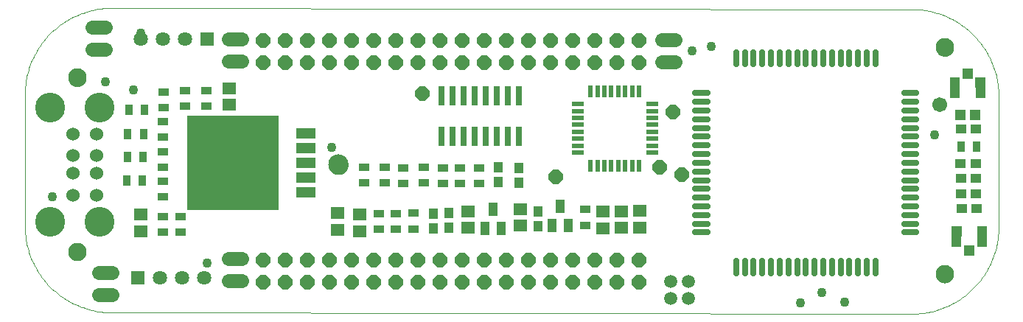
<source format=gbs>
G04 EAGLE Gerber RS-274X export*
G75*
%MOMM*%
%FSLAX34Y34*%
%LPD*%
%INSolder Mask bottom*%
%IPPOS*%
%AMOC8*
5,1,8,0,0,1.08239X$1,22.5*%
G01*
%ADD10C,0.100000*%
%ADD11C,0.000000*%
%ADD12C,2.101600*%
%ADD13C,2.301600*%
%ADD14R,1.601600X1.401600*%
%ADD15R,10.511600X10.901600*%
%ADD16R,2.260600X1.168400*%
%ADD17C,0.701600*%
%ADD18R,1.631600X1.631600*%
%ADD19C,1.631600*%
%ADD20R,1.301600X0.901600*%
%ADD21P,1.759533X8X202.500000*%
%ADD22C,1.509600*%
%ADD23C,1.524000*%
%ADD24C,3.429000*%
%ADD25C,1.101600*%
%ADD26R,1.101600X1.501600*%
%ADD27R,1.101600X1.201600*%
%ADD28R,1.143000X2.362200*%
%ADD29R,1.143000X1.193800*%
%ADD30R,0.609600X1.460500*%
%ADD31R,1.460500X0.609600*%
%ADD32R,0.660400X2.286000*%
%ADD33R,0.901600X1.301600*%
%ADD34R,1.201600X1.101600*%
%ADD35C,1.701600*%
%ADD36R,1.151600X1.181600*%
%ADD37C,1.625600*%
%ADD38P,1.759533X8X22.500000*%


D10*
X0Y100000D02*
X29Y97584D01*
X117Y95169D01*
X263Y92757D01*
X467Y90349D01*
X729Y87946D01*
X1049Y85551D01*
X1427Y83164D01*
X1863Y80787D01*
X2356Y78422D01*
X2906Y76068D01*
X3512Y73729D01*
X4175Y71405D01*
X4894Y69098D01*
X5669Y66809D01*
X6498Y64540D01*
X7383Y62291D01*
X8321Y60064D01*
X9313Y57860D01*
X10357Y55681D01*
X11454Y53528D01*
X12603Y51402D01*
X13803Y49304D01*
X15053Y47236D01*
X16353Y45199D01*
X17702Y43194D01*
X19098Y41221D01*
X20542Y39284D01*
X22033Y37381D01*
X23568Y35516D01*
X25149Y33688D01*
X26773Y31898D01*
X28440Y30149D01*
X30149Y28440D01*
X31898Y26773D01*
X33688Y25149D01*
X35516Y23568D01*
X37381Y22033D01*
X39284Y20542D01*
X41221Y19098D01*
X43194Y17702D01*
X45199Y16353D01*
X47236Y15053D01*
X49304Y13803D01*
X51402Y12603D01*
X53528Y11454D01*
X55681Y10357D01*
X57860Y9313D01*
X60064Y8321D01*
X62291Y7383D01*
X64540Y6498D01*
X66809Y5669D01*
X69098Y4894D01*
X71405Y4175D01*
X73729Y3512D01*
X76068Y2906D01*
X78422Y2356D01*
X80787Y1863D01*
X83164Y1427D01*
X85551Y1049D01*
X87946Y729D01*
X90349Y467D01*
X92757Y263D01*
X95169Y117D01*
X97584Y29D01*
X100000Y0D01*
X1118706Y98476D02*
X1118706Y248476D01*
X100000Y350000D02*
X97584Y349971D01*
X95169Y349883D01*
X92757Y349737D01*
X90349Y349533D01*
X87946Y349271D01*
X85551Y348951D01*
X83164Y348573D01*
X80787Y348137D01*
X78422Y347644D01*
X76068Y347094D01*
X73729Y346488D01*
X71405Y345825D01*
X69098Y345106D01*
X66809Y344331D01*
X64540Y343502D01*
X62291Y342617D01*
X60064Y341679D01*
X57860Y340687D01*
X55681Y339643D01*
X53528Y338546D01*
X51402Y337397D01*
X49304Y336197D01*
X47236Y334947D01*
X45199Y333647D01*
X43194Y332298D01*
X41221Y330902D01*
X39284Y329458D01*
X37381Y327967D01*
X35516Y326432D01*
X33688Y324851D01*
X31898Y323227D01*
X30149Y321560D01*
X28440Y319851D01*
X26773Y318102D01*
X25149Y316312D01*
X23568Y314484D01*
X22033Y312619D01*
X20542Y310716D01*
X19098Y308779D01*
X17702Y306806D01*
X16353Y304801D01*
X15053Y302764D01*
X13803Y300696D01*
X12603Y298598D01*
X11454Y296472D01*
X10357Y294319D01*
X9313Y292140D01*
X8321Y289936D01*
X7383Y287709D01*
X6498Y285460D01*
X5669Y283191D01*
X4894Y280902D01*
X4175Y278595D01*
X3512Y276271D01*
X2906Y273932D01*
X2356Y271578D01*
X1863Y269213D01*
X1427Y266836D01*
X1049Y264449D01*
X729Y262054D01*
X467Y259651D01*
X263Y257243D01*
X117Y254831D01*
X29Y252416D01*
X0Y250000D01*
X0Y100000D01*
X100000Y0D02*
X1018706Y-1524D01*
X1018706Y348476D02*
X100000Y350000D01*
X1018706Y348476D02*
X1021122Y348447D01*
X1023537Y348359D01*
X1025949Y348213D01*
X1028357Y348009D01*
X1030760Y347747D01*
X1033155Y347427D01*
X1035542Y347049D01*
X1037919Y346613D01*
X1040284Y346120D01*
X1042638Y345570D01*
X1044977Y344964D01*
X1047301Y344301D01*
X1049608Y343582D01*
X1051897Y342807D01*
X1054166Y341978D01*
X1056415Y341093D01*
X1058642Y340155D01*
X1060846Y339163D01*
X1063025Y338119D01*
X1065178Y337022D01*
X1067304Y335873D01*
X1069402Y334673D01*
X1071470Y333423D01*
X1073507Y332123D01*
X1075512Y330774D01*
X1077485Y329378D01*
X1079422Y327934D01*
X1081325Y326443D01*
X1083190Y324908D01*
X1085018Y323327D01*
X1086808Y321703D01*
X1088557Y320036D01*
X1090266Y318327D01*
X1091933Y316578D01*
X1093557Y314788D01*
X1095138Y312960D01*
X1096673Y311095D01*
X1098164Y309192D01*
X1099608Y307255D01*
X1101004Y305282D01*
X1102353Y303277D01*
X1103653Y301240D01*
X1104903Y299172D01*
X1106103Y297074D01*
X1107252Y294948D01*
X1108349Y292795D01*
X1109393Y290616D01*
X1110385Y288412D01*
X1111323Y286185D01*
X1112208Y283936D01*
X1113037Y281667D01*
X1113812Y279378D01*
X1114531Y277071D01*
X1115194Y274747D01*
X1115800Y272408D01*
X1116350Y270054D01*
X1116843Y267689D01*
X1117279Y265312D01*
X1117657Y262925D01*
X1117977Y260530D01*
X1118239Y258127D01*
X1118443Y255719D01*
X1118589Y253307D01*
X1118677Y250892D01*
X1118706Y248476D01*
X100000Y350000D02*
X97584Y349971D01*
X95169Y349883D01*
X92757Y349737D01*
X90349Y349533D01*
X87946Y349271D01*
X85551Y348951D01*
X83164Y348573D01*
X80787Y348137D01*
X78422Y347644D01*
X76068Y347094D01*
X73729Y346488D01*
X71405Y345825D01*
X69098Y345106D01*
X66809Y344331D01*
X64540Y343502D01*
X62291Y342617D01*
X60064Y341679D01*
X57860Y340687D01*
X55681Y339643D01*
X53528Y338546D01*
X51402Y337397D01*
X49304Y336197D01*
X47236Y334947D01*
X45199Y333647D01*
X43194Y332298D01*
X41221Y330902D01*
X39284Y329458D01*
X37381Y327967D01*
X35516Y326432D01*
X33688Y324851D01*
X31898Y323227D01*
X30149Y321560D01*
X28440Y319851D01*
X26773Y318102D01*
X25149Y316312D01*
X23568Y314484D01*
X22033Y312619D01*
X20542Y310716D01*
X19098Y308779D01*
X17702Y306806D01*
X16353Y304801D01*
X15053Y302764D01*
X13803Y300696D01*
X12603Y298598D01*
X11454Y296472D01*
X10357Y294319D01*
X9313Y292140D01*
X8321Y289936D01*
X7383Y287709D01*
X6498Y285460D01*
X5669Y283191D01*
X4894Y280902D01*
X4175Y278595D01*
X3512Y276271D01*
X2906Y273932D01*
X2356Y271578D01*
X1863Y269213D01*
X1427Y266836D01*
X1049Y264449D01*
X729Y262054D01*
X467Y259651D01*
X263Y257243D01*
X117Y254831D01*
X29Y252416D01*
X0Y250000D01*
X1018706Y-1524D02*
X1021122Y-1495D01*
X1023537Y-1407D01*
X1025949Y-1261D01*
X1028357Y-1057D01*
X1030760Y-795D01*
X1033155Y-475D01*
X1035542Y-97D01*
X1037919Y339D01*
X1040284Y832D01*
X1042638Y1382D01*
X1044977Y1988D01*
X1047301Y2651D01*
X1049608Y3370D01*
X1051897Y4145D01*
X1054166Y4974D01*
X1056415Y5859D01*
X1058642Y6797D01*
X1060846Y7789D01*
X1063025Y8833D01*
X1065178Y9930D01*
X1067304Y11079D01*
X1069402Y12279D01*
X1071470Y13529D01*
X1073507Y14829D01*
X1075512Y16178D01*
X1077485Y17574D01*
X1079422Y19018D01*
X1081325Y20509D01*
X1083190Y22044D01*
X1085018Y23625D01*
X1086808Y25249D01*
X1088557Y26916D01*
X1090266Y28625D01*
X1091933Y30374D01*
X1093557Y32164D01*
X1095138Y33992D01*
X1096673Y35857D01*
X1098164Y37760D01*
X1099608Y39697D01*
X1101004Y41670D01*
X1102353Y43675D01*
X1103653Y45712D01*
X1104903Y47780D01*
X1106103Y49878D01*
X1107252Y52004D01*
X1108349Y54157D01*
X1109393Y56336D01*
X1110385Y58540D01*
X1111323Y60767D01*
X1112208Y63016D01*
X1113037Y65285D01*
X1113812Y67574D01*
X1114531Y69881D01*
X1115194Y72205D01*
X1115800Y74544D01*
X1116350Y76898D01*
X1116843Y79263D01*
X1117279Y81640D01*
X1117657Y84027D01*
X1117977Y86422D01*
X1118239Y88825D01*
X1118443Y91233D01*
X1118589Y93645D01*
X1118677Y96060D01*
X1118706Y98476D01*
D11*
X1046640Y44450D02*
X1046643Y44695D01*
X1046652Y44941D01*
X1046667Y45186D01*
X1046688Y45430D01*
X1046715Y45674D01*
X1046748Y45917D01*
X1046787Y46160D01*
X1046832Y46401D01*
X1046883Y46641D01*
X1046940Y46880D01*
X1047002Y47117D01*
X1047071Y47353D01*
X1047145Y47587D01*
X1047225Y47819D01*
X1047310Y48049D01*
X1047401Y48277D01*
X1047498Y48502D01*
X1047600Y48726D01*
X1047708Y48946D01*
X1047821Y49164D01*
X1047939Y49379D01*
X1048063Y49591D01*
X1048191Y49800D01*
X1048325Y50006D01*
X1048464Y50208D01*
X1048608Y50407D01*
X1048757Y50602D01*
X1048910Y50794D01*
X1049068Y50982D01*
X1049230Y51166D01*
X1049398Y51345D01*
X1049569Y51521D01*
X1049745Y51692D01*
X1049924Y51860D01*
X1050108Y52022D01*
X1050296Y52180D01*
X1050488Y52333D01*
X1050683Y52482D01*
X1050882Y52626D01*
X1051084Y52765D01*
X1051290Y52899D01*
X1051499Y53027D01*
X1051711Y53151D01*
X1051926Y53269D01*
X1052144Y53382D01*
X1052364Y53490D01*
X1052588Y53592D01*
X1052813Y53689D01*
X1053041Y53780D01*
X1053271Y53865D01*
X1053503Y53945D01*
X1053737Y54019D01*
X1053973Y54088D01*
X1054210Y54150D01*
X1054449Y54207D01*
X1054689Y54258D01*
X1054930Y54303D01*
X1055173Y54342D01*
X1055416Y54375D01*
X1055660Y54402D01*
X1055904Y54423D01*
X1056149Y54438D01*
X1056395Y54447D01*
X1056640Y54450D01*
X1056885Y54447D01*
X1057131Y54438D01*
X1057376Y54423D01*
X1057620Y54402D01*
X1057864Y54375D01*
X1058107Y54342D01*
X1058350Y54303D01*
X1058591Y54258D01*
X1058831Y54207D01*
X1059070Y54150D01*
X1059307Y54088D01*
X1059543Y54019D01*
X1059777Y53945D01*
X1060009Y53865D01*
X1060239Y53780D01*
X1060467Y53689D01*
X1060692Y53592D01*
X1060916Y53490D01*
X1061136Y53382D01*
X1061354Y53269D01*
X1061569Y53151D01*
X1061781Y53027D01*
X1061990Y52899D01*
X1062196Y52765D01*
X1062398Y52626D01*
X1062597Y52482D01*
X1062792Y52333D01*
X1062984Y52180D01*
X1063172Y52022D01*
X1063356Y51860D01*
X1063535Y51692D01*
X1063711Y51521D01*
X1063882Y51345D01*
X1064050Y51166D01*
X1064212Y50982D01*
X1064370Y50794D01*
X1064523Y50602D01*
X1064672Y50407D01*
X1064816Y50208D01*
X1064955Y50006D01*
X1065089Y49800D01*
X1065217Y49591D01*
X1065341Y49379D01*
X1065459Y49164D01*
X1065572Y48946D01*
X1065680Y48726D01*
X1065782Y48502D01*
X1065879Y48277D01*
X1065970Y48049D01*
X1066055Y47819D01*
X1066135Y47587D01*
X1066209Y47353D01*
X1066278Y47117D01*
X1066340Y46880D01*
X1066397Y46641D01*
X1066448Y46401D01*
X1066493Y46160D01*
X1066532Y45917D01*
X1066565Y45674D01*
X1066592Y45430D01*
X1066613Y45186D01*
X1066628Y44941D01*
X1066637Y44695D01*
X1066640Y44450D01*
X1066637Y44205D01*
X1066628Y43959D01*
X1066613Y43714D01*
X1066592Y43470D01*
X1066565Y43226D01*
X1066532Y42983D01*
X1066493Y42740D01*
X1066448Y42499D01*
X1066397Y42259D01*
X1066340Y42020D01*
X1066278Y41783D01*
X1066209Y41547D01*
X1066135Y41313D01*
X1066055Y41081D01*
X1065970Y40851D01*
X1065879Y40623D01*
X1065782Y40398D01*
X1065680Y40174D01*
X1065572Y39954D01*
X1065459Y39736D01*
X1065341Y39521D01*
X1065217Y39309D01*
X1065089Y39100D01*
X1064955Y38894D01*
X1064816Y38692D01*
X1064672Y38493D01*
X1064523Y38298D01*
X1064370Y38106D01*
X1064212Y37918D01*
X1064050Y37734D01*
X1063882Y37555D01*
X1063711Y37379D01*
X1063535Y37208D01*
X1063356Y37040D01*
X1063172Y36878D01*
X1062984Y36720D01*
X1062792Y36567D01*
X1062597Y36418D01*
X1062398Y36274D01*
X1062196Y36135D01*
X1061990Y36001D01*
X1061781Y35873D01*
X1061569Y35749D01*
X1061354Y35631D01*
X1061136Y35518D01*
X1060916Y35410D01*
X1060692Y35308D01*
X1060467Y35211D01*
X1060239Y35120D01*
X1060009Y35035D01*
X1059777Y34955D01*
X1059543Y34881D01*
X1059307Y34812D01*
X1059070Y34750D01*
X1058831Y34693D01*
X1058591Y34642D01*
X1058350Y34597D01*
X1058107Y34558D01*
X1057864Y34525D01*
X1057620Y34498D01*
X1057376Y34477D01*
X1057131Y34462D01*
X1056885Y34453D01*
X1056640Y34450D01*
X1056395Y34453D01*
X1056149Y34462D01*
X1055904Y34477D01*
X1055660Y34498D01*
X1055416Y34525D01*
X1055173Y34558D01*
X1054930Y34597D01*
X1054689Y34642D01*
X1054449Y34693D01*
X1054210Y34750D01*
X1053973Y34812D01*
X1053737Y34881D01*
X1053503Y34955D01*
X1053271Y35035D01*
X1053041Y35120D01*
X1052813Y35211D01*
X1052588Y35308D01*
X1052364Y35410D01*
X1052144Y35518D01*
X1051926Y35631D01*
X1051711Y35749D01*
X1051499Y35873D01*
X1051290Y36001D01*
X1051084Y36135D01*
X1050882Y36274D01*
X1050683Y36418D01*
X1050488Y36567D01*
X1050296Y36720D01*
X1050108Y36878D01*
X1049924Y37040D01*
X1049745Y37208D01*
X1049569Y37379D01*
X1049398Y37555D01*
X1049230Y37734D01*
X1049068Y37918D01*
X1048910Y38106D01*
X1048757Y38298D01*
X1048608Y38493D01*
X1048464Y38692D01*
X1048325Y38894D01*
X1048191Y39100D01*
X1048063Y39309D01*
X1047939Y39521D01*
X1047821Y39736D01*
X1047708Y39954D01*
X1047600Y40174D01*
X1047498Y40398D01*
X1047401Y40623D01*
X1047310Y40851D01*
X1047225Y41081D01*
X1047145Y41313D01*
X1047071Y41547D01*
X1047002Y41783D01*
X1046940Y42020D01*
X1046883Y42259D01*
X1046832Y42499D01*
X1046787Y42740D01*
X1046748Y42983D01*
X1046715Y43226D01*
X1046688Y43470D01*
X1046667Y43714D01*
X1046652Y43959D01*
X1046643Y44205D01*
X1046640Y44450D01*
D12*
X1056640Y44450D03*
D11*
X1046640Y304800D02*
X1046643Y305045D01*
X1046652Y305291D01*
X1046667Y305536D01*
X1046688Y305780D01*
X1046715Y306024D01*
X1046748Y306267D01*
X1046787Y306510D01*
X1046832Y306751D01*
X1046883Y306991D01*
X1046940Y307230D01*
X1047002Y307467D01*
X1047071Y307703D01*
X1047145Y307937D01*
X1047225Y308169D01*
X1047310Y308399D01*
X1047401Y308627D01*
X1047498Y308852D01*
X1047600Y309076D01*
X1047708Y309296D01*
X1047821Y309514D01*
X1047939Y309729D01*
X1048063Y309941D01*
X1048191Y310150D01*
X1048325Y310356D01*
X1048464Y310558D01*
X1048608Y310757D01*
X1048757Y310952D01*
X1048910Y311144D01*
X1049068Y311332D01*
X1049230Y311516D01*
X1049398Y311695D01*
X1049569Y311871D01*
X1049745Y312042D01*
X1049924Y312210D01*
X1050108Y312372D01*
X1050296Y312530D01*
X1050488Y312683D01*
X1050683Y312832D01*
X1050882Y312976D01*
X1051084Y313115D01*
X1051290Y313249D01*
X1051499Y313377D01*
X1051711Y313501D01*
X1051926Y313619D01*
X1052144Y313732D01*
X1052364Y313840D01*
X1052588Y313942D01*
X1052813Y314039D01*
X1053041Y314130D01*
X1053271Y314215D01*
X1053503Y314295D01*
X1053737Y314369D01*
X1053973Y314438D01*
X1054210Y314500D01*
X1054449Y314557D01*
X1054689Y314608D01*
X1054930Y314653D01*
X1055173Y314692D01*
X1055416Y314725D01*
X1055660Y314752D01*
X1055904Y314773D01*
X1056149Y314788D01*
X1056395Y314797D01*
X1056640Y314800D01*
X1056885Y314797D01*
X1057131Y314788D01*
X1057376Y314773D01*
X1057620Y314752D01*
X1057864Y314725D01*
X1058107Y314692D01*
X1058350Y314653D01*
X1058591Y314608D01*
X1058831Y314557D01*
X1059070Y314500D01*
X1059307Y314438D01*
X1059543Y314369D01*
X1059777Y314295D01*
X1060009Y314215D01*
X1060239Y314130D01*
X1060467Y314039D01*
X1060692Y313942D01*
X1060916Y313840D01*
X1061136Y313732D01*
X1061354Y313619D01*
X1061569Y313501D01*
X1061781Y313377D01*
X1061990Y313249D01*
X1062196Y313115D01*
X1062398Y312976D01*
X1062597Y312832D01*
X1062792Y312683D01*
X1062984Y312530D01*
X1063172Y312372D01*
X1063356Y312210D01*
X1063535Y312042D01*
X1063711Y311871D01*
X1063882Y311695D01*
X1064050Y311516D01*
X1064212Y311332D01*
X1064370Y311144D01*
X1064523Y310952D01*
X1064672Y310757D01*
X1064816Y310558D01*
X1064955Y310356D01*
X1065089Y310150D01*
X1065217Y309941D01*
X1065341Y309729D01*
X1065459Y309514D01*
X1065572Y309296D01*
X1065680Y309076D01*
X1065782Y308852D01*
X1065879Y308627D01*
X1065970Y308399D01*
X1066055Y308169D01*
X1066135Y307937D01*
X1066209Y307703D01*
X1066278Y307467D01*
X1066340Y307230D01*
X1066397Y306991D01*
X1066448Y306751D01*
X1066493Y306510D01*
X1066532Y306267D01*
X1066565Y306024D01*
X1066592Y305780D01*
X1066613Y305536D01*
X1066628Y305291D01*
X1066637Y305045D01*
X1066640Y304800D01*
X1066637Y304555D01*
X1066628Y304309D01*
X1066613Y304064D01*
X1066592Y303820D01*
X1066565Y303576D01*
X1066532Y303333D01*
X1066493Y303090D01*
X1066448Y302849D01*
X1066397Y302609D01*
X1066340Y302370D01*
X1066278Y302133D01*
X1066209Y301897D01*
X1066135Y301663D01*
X1066055Y301431D01*
X1065970Y301201D01*
X1065879Y300973D01*
X1065782Y300748D01*
X1065680Y300524D01*
X1065572Y300304D01*
X1065459Y300086D01*
X1065341Y299871D01*
X1065217Y299659D01*
X1065089Y299450D01*
X1064955Y299244D01*
X1064816Y299042D01*
X1064672Y298843D01*
X1064523Y298648D01*
X1064370Y298456D01*
X1064212Y298268D01*
X1064050Y298084D01*
X1063882Y297905D01*
X1063711Y297729D01*
X1063535Y297558D01*
X1063356Y297390D01*
X1063172Y297228D01*
X1062984Y297070D01*
X1062792Y296917D01*
X1062597Y296768D01*
X1062398Y296624D01*
X1062196Y296485D01*
X1061990Y296351D01*
X1061781Y296223D01*
X1061569Y296099D01*
X1061354Y295981D01*
X1061136Y295868D01*
X1060916Y295760D01*
X1060692Y295658D01*
X1060467Y295561D01*
X1060239Y295470D01*
X1060009Y295385D01*
X1059777Y295305D01*
X1059543Y295231D01*
X1059307Y295162D01*
X1059070Y295100D01*
X1058831Y295043D01*
X1058591Y294992D01*
X1058350Y294947D01*
X1058107Y294908D01*
X1057864Y294875D01*
X1057620Y294848D01*
X1057376Y294827D01*
X1057131Y294812D01*
X1056885Y294803D01*
X1056640Y294800D01*
X1056395Y294803D01*
X1056149Y294812D01*
X1055904Y294827D01*
X1055660Y294848D01*
X1055416Y294875D01*
X1055173Y294908D01*
X1054930Y294947D01*
X1054689Y294992D01*
X1054449Y295043D01*
X1054210Y295100D01*
X1053973Y295162D01*
X1053737Y295231D01*
X1053503Y295305D01*
X1053271Y295385D01*
X1053041Y295470D01*
X1052813Y295561D01*
X1052588Y295658D01*
X1052364Y295760D01*
X1052144Y295868D01*
X1051926Y295981D01*
X1051711Y296099D01*
X1051499Y296223D01*
X1051290Y296351D01*
X1051084Y296485D01*
X1050882Y296624D01*
X1050683Y296768D01*
X1050488Y296917D01*
X1050296Y297070D01*
X1050108Y297228D01*
X1049924Y297390D01*
X1049745Y297558D01*
X1049569Y297729D01*
X1049398Y297905D01*
X1049230Y298084D01*
X1049068Y298268D01*
X1048910Y298456D01*
X1048757Y298648D01*
X1048608Y298843D01*
X1048464Y299042D01*
X1048325Y299244D01*
X1048191Y299450D01*
X1048063Y299659D01*
X1047939Y299871D01*
X1047821Y300086D01*
X1047708Y300304D01*
X1047600Y300524D01*
X1047498Y300748D01*
X1047401Y300973D01*
X1047310Y301201D01*
X1047225Y301431D01*
X1047145Y301663D01*
X1047071Y301897D01*
X1047002Y302133D01*
X1046940Y302370D01*
X1046883Y302609D01*
X1046832Y302849D01*
X1046787Y303090D01*
X1046748Y303333D01*
X1046715Y303576D01*
X1046688Y303820D01*
X1046667Y304064D01*
X1046652Y304309D01*
X1046643Y304555D01*
X1046640Y304800D01*
D12*
X1056640Y304800D03*
D11*
X50000Y270000D02*
X50003Y270245D01*
X50012Y270491D01*
X50027Y270736D01*
X50048Y270980D01*
X50075Y271224D01*
X50108Y271467D01*
X50147Y271710D01*
X50192Y271951D01*
X50243Y272191D01*
X50300Y272430D01*
X50362Y272667D01*
X50431Y272903D01*
X50505Y273137D01*
X50585Y273369D01*
X50670Y273599D01*
X50761Y273827D01*
X50858Y274052D01*
X50960Y274276D01*
X51068Y274496D01*
X51181Y274714D01*
X51299Y274929D01*
X51423Y275141D01*
X51551Y275350D01*
X51685Y275556D01*
X51824Y275758D01*
X51968Y275957D01*
X52117Y276152D01*
X52270Y276344D01*
X52428Y276532D01*
X52590Y276716D01*
X52758Y276895D01*
X52929Y277071D01*
X53105Y277242D01*
X53284Y277410D01*
X53468Y277572D01*
X53656Y277730D01*
X53848Y277883D01*
X54043Y278032D01*
X54242Y278176D01*
X54444Y278315D01*
X54650Y278449D01*
X54859Y278577D01*
X55071Y278701D01*
X55286Y278819D01*
X55504Y278932D01*
X55724Y279040D01*
X55948Y279142D01*
X56173Y279239D01*
X56401Y279330D01*
X56631Y279415D01*
X56863Y279495D01*
X57097Y279569D01*
X57333Y279638D01*
X57570Y279700D01*
X57809Y279757D01*
X58049Y279808D01*
X58290Y279853D01*
X58533Y279892D01*
X58776Y279925D01*
X59020Y279952D01*
X59264Y279973D01*
X59509Y279988D01*
X59755Y279997D01*
X60000Y280000D01*
X60245Y279997D01*
X60491Y279988D01*
X60736Y279973D01*
X60980Y279952D01*
X61224Y279925D01*
X61467Y279892D01*
X61710Y279853D01*
X61951Y279808D01*
X62191Y279757D01*
X62430Y279700D01*
X62667Y279638D01*
X62903Y279569D01*
X63137Y279495D01*
X63369Y279415D01*
X63599Y279330D01*
X63827Y279239D01*
X64052Y279142D01*
X64276Y279040D01*
X64496Y278932D01*
X64714Y278819D01*
X64929Y278701D01*
X65141Y278577D01*
X65350Y278449D01*
X65556Y278315D01*
X65758Y278176D01*
X65957Y278032D01*
X66152Y277883D01*
X66344Y277730D01*
X66532Y277572D01*
X66716Y277410D01*
X66895Y277242D01*
X67071Y277071D01*
X67242Y276895D01*
X67410Y276716D01*
X67572Y276532D01*
X67730Y276344D01*
X67883Y276152D01*
X68032Y275957D01*
X68176Y275758D01*
X68315Y275556D01*
X68449Y275350D01*
X68577Y275141D01*
X68701Y274929D01*
X68819Y274714D01*
X68932Y274496D01*
X69040Y274276D01*
X69142Y274052D01*
X69239Y273827D01*
X69330Y273599D01*
X69415Y273369D01*
X69495Y273137D01*
X69569Y272903D01*
X69638Y272667D01*
X69700Y272430D01*
X69757Y272191D01*
X69808Y271951D01*
X69853Y271710D01*
X69892Y271467D01*
X69925Y271224D01*
X69952Y270980D01*
X69973Y270736D01*
X69988Y270491D01*
X69997Y270245D01*
X70000Y270000D01*
X69997Y269755D01*
X69988Y269509D01*
X69973Y269264D01*
X69952Y269020D01*
X69925Y268776D01*
X69892Y268533D01*
X69853Y268290D01*
X69808Y268049D01*
X69757Y267809D01*
X69700Y267570D01*
X69638Y267333D01*
X69569Y267097D01*
X69495Y266863D01*
X69415Y266631D01*
X69330Y266401D01*
X69239Y266173D01*
X69142Y265948D01*
X69040Y265724D01*
X68932Y265504D01*
X68819Y265286D01*
X68701Y265071D01*
X68577Y264859D01*
X68449Y264650D01*
X68315Y264444D01*
X68176Y264242D01*
X68032Y264043D01*
X67883Y263848D01*
X67730Y263656D01*
X67572Y263468D01*
X67410Y263284D01*
X67242Y263105D01*
X67071Y262929D01*
X66895Y262758D01*
X66716Y262590D01*
X66532Y262428D01*
X66344Y262270D01*
X66152Y262117D01*
X65957Y261968D01*
X65758Y261824D01*
X65556Y261685D01*
X65350Y261551D01*
X65141Y261423D01*
X64929Y261299D01*
X64714Y261181D01*
X64496Y261068D01*
X64276Y260960D01*
X64052Y260858D01*
X63827Y260761D01*
X63599Y260670D01*
X63369Y260585D01*
X63137Y260505D01*
X62903Y260431D01*
X62667Y260362D01*
X62430Y260300D01*
X62191Y260243D01*
X61951Y260192D01*
X61710Y260147D01*
X61467Y260108D01*
X61224Y260075D01*
X60980Y260048D01*
X60736Y260027D01*
X60491Y260012D01*
X60245Y260003D01*
X60000Y260000D01*
X59755Y260003D01*
X59509Y260012D01*
X59264Y260027D01*
X59020Y260048D01*
X58776Y260075D01*
X58533Y260108D01*
X58290Y260147D01*
X58049Y260192D01*
X57809Y260243D01*
X57570Y260300D01*
X57333Y260362D01*
X57097Y260431D01*
X56863Y260505D01*
X56631Y260585D01*
X56401Y260670D01*
X56173Y260761D01*
X55948Y260858D01*
X55724Y260960D01*
X55504Y261068D01*
X55286Y261181D01*
X55071Y261299D01*
X54859Y261423D01*
X54650Y261551D01*
X54444Y261685D01*
X54242Y261824D01*
X54043Y261968D01*
X53848Y262117D01*
X53656Y262270D01*
X53468Y262428D01*
X53284Y262590D01*
X53105Y262758D01*
X52929Y262929D01*
X52758Y263105D01*
X52590Y263284D01*
X52428Y263468D01*
X52270Y263656D01*
X52117Y263848D01*
X51968Y264043D01*
X51824Y264242D01*
X51685Y264444D01*
X51551Y264650D01*
X51423Y264859D01*
X51299Y265071D01*
X51181Y265286D01*
X51068Y265504D01*
X50960Y265724D01*
X50858Y265948D01*
X50761Y266173D01*
X50670Y266401D01*
X50585Y266631D01*
X50505Y266863D01*
X50431Y267097D01*
X50362Y267333D01*
X50300Y267570D01*
X50243Y267809D01*
X50192Y268049D01*
X50147Y268290D01*
X50108Y268533D01*
X50075Y268776D01*
X50048Y269020D01*
X50027Y269264D01*
X50012Y269509D01*
X50003Y269755D01*
X50000Y270000D01*
D12*
X60000Y270000D03*
D11*
X50000Y70000D02*
X50003Y70245D01*
X50012Y70491D01*
X50027Y70736D01*
X50048Y70980D01*
X50075Y71224D01*
X50108Y71467D01*
X50147Y71710D01*
X50192Y71951D01*
X50243Y72191D01*
X50300Y72430D01*
X50362Y72667D01*
X50431Y72903D01*
X50505Y73137D01*
X50585Y73369D01*
X50670Y73599D01*
X50761Y73827D01*
X50858Y74052D01*
X50960Y74276D01*
X51068Y74496D01*
X51181Y74714D01*
X51299Y74929D01*
X51423Y75141D01*
X51551Y75350D01*
X51685Y75556D01*
X51824Y75758D01*
X51968Y75957D01*
X52117Y76152D01*
X52270Y76344D01*
X52428Y76532D01*
X52590Y76716D01*
X52758Y76895D01*
X52929Y77071D01*
X53105Y77242D01*
X53284Y77410D01*
X53468Y77572D01*
X53656Y77730D01*
X53848Y77883D01*
X54043Y78032D01*
X54242Y78176D01*
X54444Y78315D01*
X54650Y78449D01*
X54859Y78577D01*
X55071Y78701D01*
X55286Y78819D01*
X55504Y78932D01*
X55724Y79040D01*
X55948Y79142D01*
X56173Y79239D01*
X56401Y79330D01*
X56631Y79415D01*
X56863Y79495D01*
X57097Y79569D01*
X57333Y79638D01*
X57570Y79700D01*
X57809Y79757D01*
X58049Y79808D01*
X58290Y79853D01*
X58533Y79892D01*
X58776Y79925D01*
X59020Y79952D01*
X59264Y79973D01*
X59509Y79988D01*
X59755Y79997D01*
X60000Y80000D01*
X60245Y79997D01*
X60491Y79988D01*
X60736Y79973D01*
X60980Y79952D01*
X61224Y79925D01*
X61467Y79892D01*
X61710Y79853D01*
X61951Y79808D01*
X62191Y79757D01*
X62430Y79700D01*
X62667Y79638D01*
X62903Y79569D01*
X63137Y79495D01*
X63369Y79415D01*
X63599Y79330D01*
X63827Y79239D01*
X64052Y79142D01*
X64276Y79040D01*
X64496Y78932D01*
X64714Y78819D01*
X64929Y78701D01*
X65141Y78577D01*
X65350Y78449D01*
X65556Y78315D01*
X65758Y78176D01*
X65957Y78032D01*
X66152Y77883D01*
X66344Y77730D01*
X66532Y77572D01*
X66716Y77410D01*
X66895Y77242D01*
X67071Y77071D01*
X67242Y76895D01*
X67410Y76716D01*
X67572Y76532D01*
X67730Y76344D01*
X67883Y76152D01*
X68032Y75957D01*
X68176Y75758D01*
X68315Y75556D01*
X68449Y75350D01*
X68577Y75141D01*
X68701Y74929D01*
X68819Y74714D01*
X68932Y74496D01*
X69040Y74276D01*
X69142Y74052D01*
X69239Y73827D01*
X69330Y73599D01*
X69415Y73369D01*
X69495Y73137D01*
X69569Y72903D01*
X69638Y72667D01*
X69700Y72430D01*
X69757Y72191D01*
X69808Y71951D01*
X69853Y71710D01*
X69892Y71467D01*
X69925Y71224D01*
X69952Y70980D01*
X69973Y70736D01*
X69988Y70491D01*
X69997Y70245D01*
X70000Y70000D01*
X69997Y69755D01*
X69988Y69509D01*
X69973Y69264D01*
X69952Y69020D01*
X69925Y68776D01*
X69892Y68533D01*
X69853Y68290D01*
X69808Y68049D01*
X69757Y67809D01*
X69700Y67570D01*
X69638Y67333D01*
X69569Y67097D01*
X69495Y66863D01*
X69415Y66631D01*
X69330Y66401D01*
X69239Y66173D01*
X69142Y65948D01*
X69040Y65724D01*
X68932Y65504D01*
X68819Y65286D01*
X68701Y65071D01*
X68577Y64859D01*
X68449Y64650D01*
X68315Y64444D01*
X68176Y64242D01*
X68032Y64043D01*
X67883Y63848D01*
X67730Y63656D01*
X67572Y63468D01*
X67410Y63284D01*
X67242Y63105D01*
X67071Y62929D01*
X66895Y62758D01*
X66716Y62590D01*
X66532Y62428D01*
X66344Y62270D01*
X66152Y62117D01*
X65957Y61968D01*
X65758Y61824D01*
X65556Y61685D01*
X65350Y61551D01*
X65141Y61423D01*
X64929Y61299D01*
X64714Y61181D01*
X64496Y61068D01*
X64276Y60960D01*
X64052Y60858D01*
X63827Y60761D01*
X63599Y60670D01*
X63369Y60585D01*
X63137Y60505D01*
X62903Y60431D01*
X62667Y60362D01*
X62430Y60300D01*
X62191Y60243D01*
X61951Y60192D01*
X61710Y60147D01*
X61467Y60108D01*
X61224Y60075D01*
X60980Y60048D01*
X60736Y60027D01*
X60491Y60012D01*
X60245Y60003D01*
X60000Y60000D01*
X59755Y60003D01*
X59509Y60012D01*
X59264Y60027D01*
X59020Y60048D01*
X58776Y60075D01*
X58533Y60108D01*
X58290Y60147D01*
X58049Y60192D01*
X57809Y60243D01*
X57570Y60300D01*
X57333Y60362D01*
X57097Y60431D01*
X56863Y60505D01*
X56631Y60585D01*
X56401Y60670D01*
X56173Y60761D01*
X55948Y60858D01*
X55724Y60960D01*
X55504Y61068D01*
X55286Y61181D01*
X55071Y61299D01*
X54859Y61423D01*
X54650Y61551D01*
X54444Y61685D01*
X54242Y61824D01*
X54043Y61968D01*
X53848Y62117D01*
X53656Y62270D01*
X53468Y62428D01*
X53284Y62590D01*
X53105Y62758D01*
X52929Y62929D01*
X52758Y63105D01*
X52590Y63284D01*
X52428Y63468D01*
X52270Y63656D01*
X52117Y63848D01*
X51968Y64043D01*
X51824Y64242D01*
X51685Y64444D01*
X51551Y64650D01*
X51423Y64859D01*
X51299Y65071D01*
X51181Y65286D01*
X51068Y65504D01*
X50960Y65724D01*
X50858Y65948D01*
X50761Y66173D01*
X50670Y66401D01*
X50585Y66631D01*
X50505Y66863D01*
X50431Y67097D01*
X50362Y67333D01*
X50300Y67570D01*
X50243Y67809D01*
X50192Y68049D01*
X50147Y68290D01*
X50108Y68533D01*
X50075Y68776D01*
X50048Y69020D01*
X50027Y69264D01*
X50012Y69509D01*
X50003Y69755D01*
X50000Y70000D01*
D12*
X60000Y70000D03*
D11*
X349000Y170000D02*
X349003Y170270D01*
X349013Y170540D01*
X349030Y170809D01*
X349053Y171078D01*
X349083Y171347D01*
X349119Y171614D01*
X349162Y171881D01*
X349211Y172146D01*
X349267Y172410D01*
X349330Y172673D01*
X349398Y172934D01*
X349474Y173193D01*
X349555Y173450D01*
X349643Y173706D01*
X349737Y173959D01*
X349837Y174210D01*
X349944Y174458D01*
X350056Y174703D01*
X350175Y174946D01*
X350299Y175185D01*
X350429Y175422D01*
X350565Y175655D01*
X350707Y175885D01*
X350854Y176111D01*
X351007Y176334D01*
X351165Y176553D01*
X351328Y176768D01*
X351497Y176978D01*
X351671Y177185D01*
X351850Y177387D01*
X352033Y177585D01*
X352222Y177778D01*
X352415Y177967D01*
X352613Y178150D01*
X352815Y178329D01*
X353022Y178503D01*
X353232Y178672D01*
X353447Y178835D01*
X353666Y178993D01*
X353889Y179146D01*
X354115Y179293D01*
X354345Y179435D01*
X354578Y179571D01*
X354815Y179701D01*
X355054Y179825D01*
X355297Y179944D01*
X355542Y180056D01*
X355790Y180163D01*
X356041Y180263D01*
X356294Y180357D01*
X356550Y180445D01*
X356807Y180526D01*
X357066Y180602D01*
X357327Y180670D01*
X357590Y180733D01*
X357854Y180789D01*
X358119Y180838D01*
X358386Y180881D01*
X358653Y180917D01*
X358922Y180947D01*
X359191Y180970D01*
X359460Y180987D01*
X359730Y180997D01*
X360000Y181000D01*
X360270Y180997D01*
X360540Y180987D01*
X360809Y180970D01*
X361078Y180947D01*
X361347Y180917D01*
X361614Y180881D01*
X361881Y180838D01*
X362146Y180789D01*
X362410Y180733D01*
X362673Y180670D01*
X362934Y180602D01*
X363193Y180526D01*
X363450Y180445D01*
X363706Y180357D01*
X363959Y180263D01*
X364210Y180163D01*
X364458Y180056D01*
X364703Y179944D01*
X364946Y179825D01*
X365185Y179701D01*
X365422Y179571D01*
X365655Y179435D01*
X365885Y179293D01*
X366111Y179146D01*
X366334Y178993D01*
X366553Y178835D01*
X366768Y178672D01*
X366978Y178503D01*
X367185Y178329D01*
X367387Y178150D01*
X367585Y177967D01*
X367778Y177778D01*
X367967Y177585D01*
X368150Y177387D01*
X368329Y177185D01*
X368503Y176978D01*
X368672Y176768D01*
X368835Y176553D01*
X368993Y176334D01*
X369146Y176111D01*
X369293Y175885D01*
X369435Y175655D01*
X369571Y175422D01*
X369701Y175185D01*
X369825Y174946D01*
X369944Y174703D01*
X370056Y174458D01*
X370163Y174210D01*
X370263Y173959D01*
X370357Y173706D01*
X370445Y173450D01*
X370526Y173193D01*
X370602Y172934D01*
X370670Y172673D01*
X370733Y172410D01*
X370789Y172146D01*
X370838Y171881D01*
X370881Y171614D01*
X370917Y171347D01*
X370947Y171078D01*
X370970Y170809D01*
X370987Y170540D01*
X370997Y170270D01*
X371000Y170000D01*
X370997Y169730D01*
X370987Y169460D01*
X370970Y169191D01*
X370947Y168922D01*
X370917Y168653D01*
X370881Y168386D01*
X370838Y168119D01*
X370789Y167854D01*
X370733Y167590D01*
X370670Y167327D01*
X370602Y167066D01*
X370526Y166807D01*
X370445Y166550D01*
X370357Y166294D01*
X370263Y166041D01*
X370163Y165790D01*
X370056Y165542D01*
X369944Y165297D01*
X369825Y165054D01*
X369701Y164815D01*
X369571Y164578D01*
X369435Y164345D01*
X369293Y164115D01*
X369146Y163889D01*
X368993Y163666D01*
X368835Y163447D01*
X368672Y163232D01*
X368503Y163022D01*
X368329Y162815D01*
X368150Y162613D01*
X367967Y162415D01*
X367778Y162222D01*
X367585Y162033D01*
X367387Y161850D01*
X367185Y161671D01*
X366978Y161497D01*
X366768Y161328D01*
X366553Y161165D01*
X366334Y161007D01*
X366111Y160854D01*
X365885Y160707D01*
X365655Y160565D01*
X365422Y160429D01*
X365185Y160299D01*
X364946Y160175D01*
X364703Y160056D01*
X364458Y159944D01*
X364210Y159837D01*
X363959Y159737D01*
X363706Y159643D01*
X363450Y159555D01*
X363193Y159474D01*
X362934Y159398D01*
X362673Y159330D01*
X362410Y159267D01*
X362146Y159211D01*
X361881Y159162D01*
X361614Y159119D01*
X361347Y159083D01*
X361078Y159053D01*
X360809Y159030D01*
X360540Y159013D01*
X360270Y159003D01*
X360000Y159000D01*
X359730Y159003D01*
X359460Y159013D01*
X359191Y159030D01*
X358922Y159053D01*
X358653Y159083D01*
X358386Y159119D01*
X358119Y159162D01*
X357854Y159211D01*
X357590Y159267D01*
X357327Y159330D01*
X357066Y159398D01*
X356807Y159474D01*
X356550Y159555D01*
X356294Y159643D01*
X356041Y159737D01*
X355790Y159837D01*
X355542Y159944D01*
X355297Y160056D01*
X355054Y160175D01*
X354815Y160299D01*
X354578Y160429D01*
X354345Y160565D01*
X354115Y160707D01*
X353889Y160854D01*
X353666Y161007D01*
X353447Y161165D01*
X353232Y161328D01*
X353022Y161497D01*
X352815Y161671D01*
X352613Y161850D01*
X352415Y162033D01*
X352222Y162222D01*
X352033Y162415D01*
X351850Y162613D01*
X351671Y162815D01*
X351497Y163022D01*
X351328Y163232D01*
X351165Y163447D01*
X351007Y163666D01*
X350854Y163889D01*
X350707Y164115D01*
X350565Y164345D01*
X350429Y164578D01*
X350299Y164815D01*
X350175Y165054D01*
X350056Y165297D01*
X349944Y165542D01*
X349837Y165790D01*
X349737Y166041D01*
X349643Y166294D01*
X349555Y166550D01*
X349474Y166807D01*
X349398Y167066D01*
X349330Y167327D01*
X349267Y167590D01*
X349211Y167854D01*
X349162Y168119D01*
X349119Y168386D01*
X349083Y168653D01*
X349053Y168922D01*
X349030Y169191D01*
X349013Y169460D01*
X349003Y169730D01*
X349000Y170000D01*
D13*
X360000Y170000D03*
D14*
X384356Y112574D03*
X384356Y93574D03*
X359172Y114040D03*
X359172Y95040D03*
D15*
X239288Y171900D03*
D16*
X322600Y205936D03*
X322600Y188918D03*
X322600Y171900D03*
X322600Y154882D03*
X322600Y137864D03*
D17*
X977200Y59100D02*
X977200Y45100D01*
X967200Y45100D02*
X967200Y59100D01*
X957200Y59100D02*
X957200Y45100D01*
X947200Y45100D02*
X947200Y59100D01*
X937200Y59100D02*
X937200Y45100D01*
X927200Y45100D02*
X927200Y59100D01*
X917200Y59100D02*
X917200Y45100D01*
X907200Y45100D02*
X907200Y59100D01*
X897200Y59100D02*
X897200Y45100D01*
X887200Y45100D02*
X887200Y59100D01*
X877200Y59100D02*
X877200Y45100D01*
X867200Y45100D02*
X867200Y59100D01*
X857200Y59100D02*
X857200Y45100D01*
X847200Y45100D02*
X847200Y59100D01*
X837200Y59100D02*
X837200Y45100D01*
X827200Y45100D02*
X827200Y59100D01*
X817200Y59100D02*
X817200Y45100D01*
X784200Y92100D02*
X770200Y92100D01*
X770200Y102100D02*
X784200Y102100D01*
X784200Y112100D02*
X770200Y112100D01*
X770200Y122100D02*
X784200Y122100D01*
X784200Y132100D02*
X770200Y132100D01*
X770200Y142100D02*
X784200Y142100D01*
X784200Y152100D02*
X770200Y152100D01*
X770200Y162100D02*
X784200Y162100D01*
X784200Y172100D02*
X770200Y172100D01*
X770200Y182100D02*
X784200Y182100D01*
X784200Y192100D02*
X770200Y192100D01*
X770200Y202100D02*
X784200Y202100D01*
X784200Y212100D02*
X770200Y212100D01*
X770200Y222100D02*
X784200Y222100D01*
X784200Y232100D02*
X770200Y232100D01*
X770200Y242100D02*
X784200Y242100D01*
X784200Y252100D02*
X770200Y252100D01*
X817200Y285100D02*
X817200Y299100D01*
X827200Y299100D02*
X827200Y285100D01*
X837200Y285100D02*
X837200Y299100D01*
X847200Y299100D02*
X847200Y285100D01*
X857200Y285100D02*
X857200Y299100D01*
X867200Y299100D02*
X867200Y285100D01*
X877200Y285100D02*
X877200Y299100D01*
X887200Y299100D02*
X887200Y285100D01*
X897200Y285100D02*
X897200Y299100D01*
X907200Y299100D02*
X907200Y285100D01*
X917200Y285100D02*
X917200Y299100D01*
X927200Y299100D02*
X927200Y285100D01*
X937200Y285100D02*
X937200Y299100D01*
X947200Y299100D02*
X947200Y285100D01*
X957200Y285100D02*
X957200Y299100D01*
X967200Y299100D02*
X967200Y285100D01*
X977200Y285100D02*
X977200Y299100D01*
X1010200Y252100D02*
X1024200Y252100D01*
X1024200Y242100D02*
X1010200Y242100D01*
X1010200Y232100D02*
X1024200Y232100D01*
X1024200Y222100D02*
X1010200Y222100D01*
X1010200Y212100D02*
X1024200Y212100D01*
X1024200Y202100D02*
X1010200Y202100D01*
X1010200Y192100D02*
X1024200Y192100D01*
X1024200Y182100D02*
X1010200Y182100D01*
X1010200Y172100D02*
X1024200Y172100D01*
X1024200Y162100D02*
X1010200Y162100D01*
X1010200Y152100D02*
X1024200Y152100D01*
X1024200Y142100D02*
X1010200Y142100D01*
X1010200Y132100D02*
X1024200Y132100D01*
X1024200Y122100D02*
X1010200Y122100D01*
X1010200Y112100D02*
X1024200Y112100D01*
X1024200Y102100D02*
X1010200Y102100D01*
X1010200Y92100D02*
X1024200Y92100D01*
D18*
X209146Y313916D03*
D19*
X183746Y313916D03*
X158346Y313916D03*
X132946Y313916D03*
D20*
X426412Y95768D03*
X426412Y113768D03*
X446824Y114180D03*
X446824Y96180D03*
X406760Y95764D03*
X406760Y113764D03*
D14*
X235172Y257898D03*
X235172Y238898D03*
D18*
X129492Y39586D03*
D19*
X154892Y39586D03*
X180292Y39586D03*
X205692Y39586D03*
D14*
X133570Y112562D03*
X133570Y93562D03*
D21*
X705900Y312700D03*
X680500Y312700D03*
X655100Y312700D03*
X629700Y312700D03*
X604300Y312700D03*
X578900Y312700D03*
X705900Y287300D03*
X680500Y287300D03*
X655100Y287300D03*
X629700Y287300D03*
X604300Y287300D03*
X578900Y287300D03*
X553500Y312700D03*
X553500Y287300D03*
X528100Y312700D03*
X502700Y312700D03*
X477300Y312700D03*
X451900Y312700D03*
X426500Y312700D03*
X401100Y312700D03*
X528100Y287300D03*
X502700Y287300D03*
X477300Y287300D03*
X451900Y287300D03*
X426500Y287300D03*
X401100Y287300D03*
X375700Y312700D03*
X375700Y287300D03*
X350300Y312700D03*
X324900Y312700D03*
X299500Y312700D03*
X350300Y287300D03*
X324900Y287300D03*
X299500Y287300D03*
X274100Y312700D03*
X274100Y287300D03*
X705900Y60200D03*
X680500Y60200D03*
X655100Y60200D03*
X629700Y60200D03*
X604300Y60200D03*
X578900Y60200D03*
X705900Y34800D03*
X680500Y34800D03*
X655100Y34800D03*
X629700Y34800D03*
X604300Y34800D03*
X578900Y34800D03*
X553500Y60200D03*
X553500Y34800D03*
X528100Y60200D03*
X502700Y60200D03*
X477300Y60200D03*
X451900Y60200D03*
X426500Y60200D03*
X401100Y60200D03*
X528100Y34800D03*
X502700Y34800D03*
X477300Y34800D03*
X451900Y34800D03*
X426500Y34800D03*
X401100Y34800D03*
X375700Y60200D03*
X375700Y34800D03*
X350300Y60200D03*
X324900Y60200D03*
X299500Y60200D03*
X350300Y34800D03*
X324900Y34800D03*
X299500Y34800D03*
X274100Y60200D03*
X274100Y34800D03*
D22*
X742290Y15940D03*
X742290Y35940D03*
X762290Y15940D03*
X762290Y35940D03*
D23*
X82500Y205000D03*
X82500Y180108D03*
X82500Y160042D03*
X82500Y134896D03*
X55322Y205000D03*
X55322Y180108D03*
X55322Y160042D03*
X55322Y134896D03*
D24*
X29160Y235734D03*
X29160Y104416D03*
X86056Y235734D03*
X86056Y104416D03*
D25*
X941970Y12140D03*
D20*
X499782Y148204D03*
X499782Y166204D03*
X480372Y148458D03*
X480372Y166458D03*
D26*
X537708Y118760D03*
X528208Y96760D03*
X547208Y96760D03*
X615178Y121738D03*
X605678Y99738D03*
X624678Y99738D03*
D14*
X569058Y118650D03*
X569058Y99650D03*
X706390Y116872D03*
X706390Y97872D03*
X684972Y116110D03*
X684972Y97110D03*
D27*
X589654Y115832D03*
X589654Y98832D03*
X486820Y114562D03*
X486820Y97562D03*
X468958Y97020D03*
X468958Y114020D03*
D20*
X159332Y235330D03*
X159332Y253330D03*
X159026Y201548D03*
X159026Y219548D03*
X159034Y185040D03*
X159034Y167040D03*
X158324Y151004D03*
X158324Y133004D03*
D28*
G36*
X1093991Y99213D02*
X1105420Y99194D01*
X1105379Y75573D01*
X1093950Y75592D01*
X1093991Y99213D01*
G37*
G36*
X1064581Y99265D02*
X1076010Y99246D01*
X1075969Y75625D01*
X1064540Y75644D01*
X1064581Y99265D01*
G37*
D29*
G36*
X1079248Y77437D02*
X1090677Y77418D01*
X1090656Y65481D01*
X1079227Y65500D01*
X1079248Y77437D01*
G37*
D30*
X705748Y168913D03*
X697748Y168913D03*
X689748Y168913D03*
X681748Y168913D03*
X673748Y168913D03*
X665748Y168913D03*
X657748Y168913D03*
X649748Y168913D03*
D31*
X635013Y183648D03*
X635013Y191648D03*
X635013Y199648D03*
X635013Y207648D03*
X635013Y215648D03*
X635013Y223648D03*
X635013Y231648D03*
X635013Y239648D03*
D30*
X649748Y254384D03*
X657748Y254384D03*
X665748Y254384D03*
X673748Y254384D03*
X681748Y254384D03*
X689748Y254384D03*
X697748Y254384D03*
X705748Y254384D03*
D31*
X720484Y239648D03*
X720484Y231648D03*
X720484Y223648D03*
X720484Y215648D03*
X720484Y207648D03*
X720484Y199648D03*
X720484Y191648D03*
X720484Y183648D03*
D32*
X567886Y202260D03*
X555186Y202260D03*
X542486Y202260D03*
X529786Y202260D03*
X517086Y202260D03*
X504386Y202260D03*
X491686Y202260D03*
X478986Y202260D03*
X478986Y249504D03*
X491686Y249504D03*
X504386Y249504D03*
X517086Y249504D03*
X529786Y249504D03*
X542486Y249504D03*
X555186Y249504D03*
X567886Y249504D03*
D14*
X509242Y116176D03*
X509242Y97176D03*
D27*
X567868Y148888D03*
X567868Y165888D03*
X543768Y149944D03*
X543768Y166944D03*
D33*
X137722Y233254D03*
X119722Y233254D03*
X136198Y204858D03*
X118198Y204858D03*
X135690Y178494D03*
X117690Y178494D03*
X135182Y151622D03*
X117182Y151622D03*
D20*
X521426Y148170D03*
X521426Y166170D03*
D34*
X1092770Y136606D03*
X1075770Y136606D03*
X1075120Y171458D03*
X1092120Y171458D03*
X1092228Y154020D03*
X1075228Y154020D03*
X1076684Y119204D03*
X1093684Y119204D03*
D35*
X1050670Y238856D03*
D25*
X124968Y255524D03*
X92456Y265176D03*
X1044956Y204470D03*
X352552Y189484D03*
D20*
X208788Y254872D03*
X208788Y236872D03*
X184404Y254872D03*
X184404Y236872D03*
X158242Y92346D03*
X158242Y110346D03*
X178816Y92346D03*
X178816Y110346D03*
D25*
X915924Y22860D03*
X891032Y10922D03*
X209550Y56896D03*
X133350Y321310D03*
X31750Y132842D03*
D28*
G36*
X1074107Y246732D02*
X1062678Y246692D01*
X1062595Y270312D01*
X1074024Y270352D01*
X1074107Y246732D01*
G37*
G36*
X1103517Y246834D02*
X1092088Y246794D01*
X1092005Y270414D01*
X1103434Y270454D01*
X1103517Y246834D01*
G37*
D29*
G36*
X1088735Y268584D02*
X1077306Y268545D01*
X1077265Y280482D01*
X1088694Y280521D01*
X1088735Y268584D01*
G37*
D34*
X1092826Y210820D03*
X1075826Y210820D03*
D36*
X1092060Y226822D03*
X1074560Y226822D03*
D20*
X434848Y147972D03*
X434848Y165972D03*
X458216Y148988D03*
X458216Y166988D03*
X389636Y166988D03*
X389636Y148988D03*
X413258Y167242D03*
X413258Y149242D03*
D14*
X664464Y115926D03*
X664464Y96926D03*
D20*
X643636Y118474D03*
X643636Y100474D03*
D33*
X1093326Y190500D03*
X1075326Y190500D03*
D37*
X747268Y287782D02*
X732028Y287782D01*
X732028Y313182D02*
X747268Y313182D01*
X92202Y302768D02*
X76962Y302768D01*
X76962Y328168D02*
X92202Y328168D01*
D38*
X729234Y166878D03*
X609600Y155956D03*
X456438Y251968D03*
D37*
X100330Y46228D02*
X85090Y46228D01*
X85090Y20828D02*
X100330Y20828D01*
X233934Y36576D02*
X249174Y36576D01*
X249174Y61976D02*
X233934Y61976D01*
X234188Y288798D02*
X249428Y288798D01*
X249428Y314198D02*
X234188Y314198D01*
D38*
X754634Y158750D03*
X744474Y230378D03*
D25*
X788162Y305816D03*
X766826Y300990D03*
M02*

</source>
